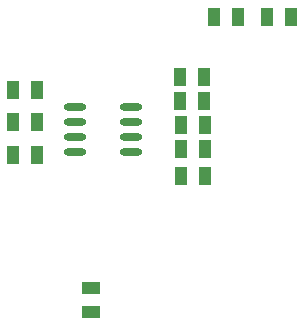
<source format=gbp>
G04*
G04 #@! TF.GenerationSoftware,Altium Limited,Altium Designer,19.1.8 (144)*
G04*
G04 Layer_Color=128*
%FSLAX25Y25*%
%MOIN*%
G70*
G01*
G75*
%ADD20R,0.06000X0.04000*%
%ADD25R,0.04000X0.06000*%
%ADD49O,0.07480X0.02362*%
D20*
X65000Y8500D02*
D03*
Y16500D02*
D03*
D25*
X103000Y54000D02*
D03*
X95000D02*
D03*
Y71000D02*
D03*
X103000D02*
D03*
Y62750D02*
D03*
X95000D02*
D03*
X106000Y107000D02*
D03*
X114000D02*
D03*
X131500D02*
D03*
X123500D02*
D03*
X47000Y61000D02*
D03*
X39000D02*
D03*
X94500Y78750D02*
D03*
X102500D02*
D03*
X39000Y71750D02*
D03*
X47000D02*
D03*
X39000Y82500D02*
D03*
X47000D02*
D03*
X94500Y87000D02*
D03*
X102500D02*
D03*
D49*
X59646Y62075D02*
D03*
Y67075D02*
D03*
Y72075D02*
D03*
Y77075D02*
D03*
X78150Y62075D02*
D03*
Y67075D02*
D03*
Y72075D02*
D03*
Y77075D02*
D03*
M02*

</source>
